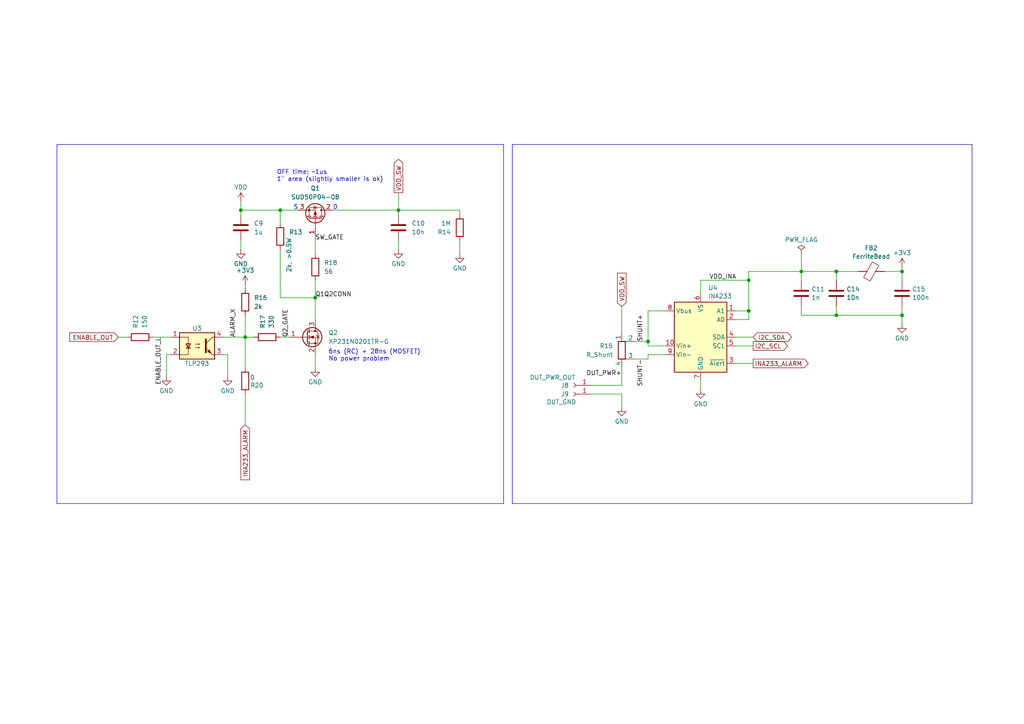
<source format=kicad_sch>
(kicad_sch (version 20231120) (generator "eeschema") (generator_version "8.0")
  (paper "A4")
  (title_block (title "Output stage") (date "2024-04-06") (rev "3") (comment 1 "Politecnico di Milano - European Space Agency") (comment 2 "Author: Federico Reghenzani"))
  (lib_symbols
    (symbol "Connector:Conn_01x01_Socket" (pin_names (offset 1.016) hide)
      (property "Reference" "J" (at 0 2.54 0))
      (property "Value" "Conn_01x01_Socket" (at 0 -2.54 0))
      (symbol "Conn_01x01_Socket_1_1"
        (polyline (pts (xy -1.27 0) (xy -0.508 0)) (stroke (width 0.1524)))
        (arc (start 0 0.508) (mid -0.5058 0) (end 0 -0.508) (stroke (width 0.1524)))
        (pin passive line (at -5.08 0 0) (length 3.81) (name "Pin_1") (number "1"))
      )
    )
    (symbol "Device:C" (pin_numbers hide) (pin_names (offset 0.254))
      (property "Reference" "C" (at 0.635 2.54 0))
      (property "Value" "C" (at 0.635 -2.54 0))
      (symbol "C_0_1"
        (polyline (pts (xy -2.032 -0.762) (xy 2.032 -0.762)) (stroke (width 0.508)))
        (polyline (pts (xy -2.032 0.762) (xy 2.032 0.762)) (stroke (width 0.508)))
      )
      (symbol "C_1_1"
        (pin passive line (at 0 3.81 270) (length 2.794) (name "~") (number "1"))
        (pin passive line (at 0 -3.81 90) (length 2.794) (name "~") (number "2"))
      )
    )
    (symbol "Device:FerriteBead" (pin_numbers hide) (pin_names (offset 0))
      (property "Reference" "FB" (at -3.81 0.635 90))
      (property "Value" "FerriteBead" (at 3.81 0 90))
      (symbol "FerriteBead_0_1"
        (polyline (pts (xy 0 -1.27) (xy 0 -1.2192)))
        (polyline (pts (xy 0 1.27) (xy 0 1.2954)))
        (polyline (pts (xy -2.7686 0.4064) (xy -1.7018 2.2606) (xy 2.7686 -0.3048) (xy 1.6764 -2.159) (xy -2.7686 0.4064)))
      )
      (symbol "FerriteBead_1_1"
        (pin passive line (at 0 3.81 270) (length 2.54) (name "~") (number "1"))
        (pin passive line (at 0 -3.81 90) (length 2.54) (name "~") (number "2"))
      )
    )
    (symbol "Device:Q_NMOS_GSD" (pin_names (offset 0) hide)
      (property "Reference" "Q" (at 5.08 1.27 0))
      (property "Value" "Q_NMOS_GSD" (at 5.08 -1.27 0))
      (symbol "Q_NMOS_GSD_0_1"
        (polyline (pts (xy 0.254 0) (xy -2.54 0)))
        (polyline (pts (xy 0.254 1.905) (xy 0.254 -1.905)) (stroke (width 0.254)))
        (polyline (pts (xy 0.762 -1.27) (xy 0.762 -2.286)) (stroke (width 0.254)))
        (polyline (pts (xy 0.762 0.508) (xy 0.762 -0.508)) (stroke (width 0.254)))
        (polyline (pts (xy 0.762 2.286) (xy 0.762 1.27)) (stroke (width 0.254)))
        (polyline (pts (xy 2.54 2.54) (xy 2.54 1.778)))
        (polyline (pts (xy 2.54 -2.54) (xy 2.54 0) (xy 0.762 0)))
        (polyline (pts (xy 0.762 -1.778) (xy 3.302 -1.778) (xy 3.302 1.778) (xy 0.762 1.778)))
        (polyline (pts (xy 1.016 0) (xy 2.032 0.381) (xy 2.032 -0.381) (xy 1.016 0)) (fill (type outline)))
        (polyline (pts (xy 2.794 0.508) (xy 2.921 0.381) (xy 3.683 0.381) (xy 3.81 0.254)))
        (polyline (pts (xy 3.302 0.381) (xy 2.921 -0.254) (xy 3.683 -0.254) (xy 3.302 0.381)))
        (circle (center 1.651 0) (radius 2.794) (stroke (width 0.254)))
        (circle (center 2.54 -1.778) (radius 0.254) (fill (type outline)))
        (circle (center 2.54 1.778) (radius 0.254) (fill (type outline)))
      )
      (symbol "Q_NMOS_GSD_1_1"
        (pin input line (at -5.08 0 0) (length 2.54) (name "G") (number "1"))
        (pin passive line (at 2.54 -5.08 90) (length 2.54) (name "S") (number "2"))
        (pin passive line (at 2.54 5.08 270) (length 2.54) (name "D") (number "3"))
      )
    )
    (symbol "Device:R" (pin_numbers hide) (pin_names (offset 0))
      (property "Reference" "R" (at 2.032 0 90))
      (property "Value" "R" (at 0 0 90))
      (symbol "R_0_1"
        (rectangle (start -1.016 -2.54) (end 1.016 2.54) (stroke (width 0.254)))
      )
      (symbol "R_1_1"
        (pin passive line (at 0 3.81 270) (length 1.27) (name "~") (number "1"))
        (pin passive line (at 0 -3.81 90) (length 1.27) (name "~") (number "2"))
      )
    )
    (symbol "Device:R_Shunt" (pin_numbers hide) (pin_names (offset 0))
      (property "Reference" "R" (at -4.445 0 90))
      (property "Value" "R_Shunt" (at -2.54 0 90))
      (symbol "R_Shunt_0_1"
        (rectangle (start -1.016 -2.54) (end 1.016 2.54) (stroke (width 0.254)))
        (polyline (pts (xy 0 -2.54) (xy 1.27 -2.54)))
        (polyline (pts (xy 1.27 2.54) (xy 0 2.54)))
      )
      (symbol "R_Shunt_1_1"
        (pin passive line (at 0 5.08 270) (length 2.54) (name "1") (number "1"))
        (pin passive line (at 3.81 2.54 180) (length 2.54) (name "2") (number "2"))
        (pin passive line (at 3.81 -2.54 180) (length 2.54) (name "3") (number "3"))
        (pin passive line (at 0 -5.08 90) (length 2.54) (name "4") (number "4"))
      )
    )
    (symbol "Isolator:TLP293"
      (property "Reference" "U" (at -5.08 5.08 0))
      (property "Value" "TLP293" (at 0 5.08 0))
      (symbol "TLP293_0_1"
        (rectangle (start -5.08 3.81) (end 5.08 -3.81) (stroke (width 0.254)) (fill (type background)))
        (polyline (pts (xy -3.175 -0.635) (xy -1.905 -0.635)) (stroke (width 0.254)))
        (polyline (pts (xy 2.54 0.635) (xy 4.445 2.54)))
        (polyline (pts (xy 4.445 -2.54) (xy 2.54 -0.635)) (fill (type outline)))
        (polyline (pts (xy 4.445 -2.54) (xy 5.08 -2.54)))
        (polyline (pts (xy 4.445 2.54) (xy 5.08 2.54)))
        (polyline (pts (xy -2.54 -0.635) (xy -2.54 -2.54) (xy -5.08 -2.54)))
        (polyline (pts (xy 2.54 1.905) (xy 2.54 -1.905) (xy 2.54 -1.905)) (stroke (width 0.508)))
        (polyline (pts (xy -5.08 2.54) (xy -2.54 2.54) (xy -2.54 -1.27) (xy -2.54 0.635)))
        (polyline (pts (xy -2.54 -0.635) (xy -3.175 0.635) (xy -1.905 0.635) (xy -2.54 -0.635)) (stroke (width 0.254)))
        (polyline (pts (xy -0.508 -0.508) (xy 0.762 -0.508) (xy 0.381 -0.635) (xy 0.381 -0.381) (xy 0.762 -0.508)))
        (polyline (pts (xy -0.508 0.508) (xy 0.762 0.508) (xy 0.381 0.381) (xy 0.381 0.635) (xy 0.762 0.508)))
        (polyline (pts (xy 3.048 -1.651) (xy 3.556 -1.143) (xy 4.064 -2.159) (xy 3.048 -1.651) (xy 3.048 -1.651)) (fill (type outline)))
      )
      (symbol "TLP293_1_1"
        (pin passive line (at -7.62 2.54 0) (length 2.54) (name "~") (number "1"))
        (pin passive line (at -7.62 -2.54 0) (length 2.54) (name "~") (number "2"))
        (pin passive line (at 7.62 -2.54 180) (length 2.54) (name "~") (number "3"))
        (pin passive line (at 7.62 2.54 180) (length 2.54) (name "~") (number "4"))
      )
    )
    (symbol "Sensor_Energy:INA233"
      (property "Reference" "U" (at -6.35 11.43 0))
      (property "Value" "INA233" (at 3.81 11.43 0))
      (symbol "INA233_0_1"
        (rectangle (start 7.62 10.16) (end -7.62 -10.16) (stroke (width 0.254)) (fill (type background)))
      )
      (symbol "INA233_1_1"
        (pin input line (at 10.16 7.62 180) (length 2.54) (name "A1") (number "1"))
        (pin input line (at -10.16 -2.54 0) (length 2.54) (name "Vin+") (number "10"))
        (pin input line (at 10.16 5.08 180) (length 2.54) (name "A0") (number "2"))
        (pin open_collector line (at 10.16 -7.62 180) (length 2.54) (name "~{Alert}") (number "3"))
        (pin bidirectional line (at 10.16 0 180) (length 2.54) (name "SDA") (number "4"))
        (pin input line (at 10.16 -2.54 180) (length 2.54) (name "SCL") (number "5"))
        (pin power_in line (at 0 12.7 270) (length 2.54) (name "VS") (number "6"))
        (pin power_in line (at 0 -12.7 90) (length 2.54) (name "GND") (number "7"))
        (pin input line (at -10.16 7.62 0) (length 2.54) (name "Vbus") (number "8"))
        (pin input line (at -10.16 -5.08 0) (length 2.54) (name "Vin-") (number "9"))
      )
    )
    (symbol "Transistor_FET:SUD50P04-08" (pin_names hide)
      (property "Reference" "Q" (at 4.953 1.905 0))
      (property "Value" "SUD50P04-08" (at 4.953 0 0))
      (symbol "SUD50P04-08_0_1"
        (polyline (pts (xy 0.254 0) (xy -2.54 0)))
        (polyline (pts (xy 0.254 1.905) (xy 0.254 -1.905)) (stroke (width 0.254)))
        (polyline (pts (xy 0.762 -1.27) (xy 0.762 -2.286)) (stroke (width 0.254)))
        (polyline (pts (xy 0.762 0.508) (xy 0.762 -0.508)) (stroke (width 0.254)))
        (polyline (pts (xy 0.762 2.286) (xy 0.762 1.27)) (stroke (width 0.254)))
        (polyline (pts (xy 2.54 2.54) (xy 2.54 1.778)))
        (polyline (pts (xy 2.54 -2.54) (xy 2.54 0) (xy 0.762 0)))
        (polyline (pts (xy 0.762 1.778) (xy 3.302 1.778) (xy 3.302 -1.778) (xy 0.762 -1.778)))
        (polyline (pts (xy 2.286 0) (xy 1.27 0.381) (xy 1.27 -0.381) (xy 2.286 0)) (fill (type outline)))
        (polyline (pts (xy 2.794 -0.508) (xy 2.921 -0.381) (xy 3.683 -0.381) (xy 3.81 -0.254)))
        (polyline (pts (xy 3.302 -0.381) (xy 2.921 0.254) (xy 3.683 0.254) (xy 3.302 -0.381)))
        (circle (center 1.651 0) (radius 2.794) (stroke (width 0.254)))
        (circle (center 2.54 -1.778) (radius 0.254) (fill (type outline)))
        (circle (center 2.54 1.778) (radius 0.254) (fill (type outline)))
      )
      (symbol "SUD50P04-08_1_1"
        (pin input line (at -5.08 0 0) (length 2.54) (name "G") (number "1"))
        (pin passive line (at 2.54 5.08 270) (length 2.54) (name "D") (number "2"))
        (pin passive line (at 2.54 -5.08 90) (length 2.54) (name "S") (number "3"))
      )
    )
    (symbol "power:+3V3" (power) (pin_numbers hide) (pin_names (offset 0) hide)
      (property "Value" "+3V3" (at 0 3.556 0))
      (symbol "+3V3_0_1"
        (polyline (pts (xy -0.762 1.27) (xy 0 2.54)))
        (polyline (pts (xy 0 0) (xy 0 2.54)))
        (polyline (pts (xy 0 2.54) (xy 0.762 1.27)))
      )
      (symbol "+3V3_1_1"
        (pin power_in line (at 0 0 90) (length 0) (name "~") (number "1"))
      )
    )
    (symbol "power:GND" (power) (pin_numbers hide) (pin_names (offset 0) hide)
      (property "Value" "GND" (at 0 -3.81 0))
      (symbol "GND_0_1"
        (polyline (pts (xy 0 0) (xy 0 -1.27) (xy 1.27 -1.27) (xy 0 -2.54) (xy -1.27 -1.27) (xy 0 -1.27)))
      )
      (symbol "GND_1_1"
        (pin power_in line (at 0 0 270) (length 0) (name "~") (number "1"))
      )
    )
    (symbol "power:PWR_FLAG" (power) (pin_numbers hide) (pin_names (offset 0) hide)
      (property "Value" "PWR_FLAG" (at 0 3.81 0))
      (symbol "PWR_FLAG_0_0"
        (pin power_out line (at 0 0 90) (length 0) (name "~") (number "1"))
      )
      (symbol "PWR_FLAG_0_1"
        (polyline (pts (xy 0 0) (xy 0 1.27) (xy -1.016 1.905) (xy 0 2.54) (xy 1.016 1.905) (xy 0 1.27)))
      )
    )
    (symbol "power:VDD" (power) (pin_numbers hide) (pin_names (offset 0) hide)
      (property "Value" "VDD" (at 0 3.556 0))
      (symbol "VDD_0_1"
        (polyline (pts (xy -0.762 1.27) (xy 0 2.54)))
        (polyline (pts (xy 0 0) (xy 0 2.54)))
        (polyline (pts (xy 0 2.54) (xy 0.762 1.27)))
      )
      (symbol "VDD_1_1"
        (pin power_in line (at 0 0 90) (length 0) (name "~") (number "1"))
      )
    )
  )
  (junction (at 217.17 90.17))
  (junction (at 187.96 99.06))
  (junction (at 91.44 86.36))
  (junction (at 232.41 78.74))
  (junction (at 242.57 91.44))
  (junction (at 242.57 78.74))
  (junction (at 81.28 60.96))
  (junction (at 71.12 97.79))
  (junction (at 261.62 91.44))
  (junction (at 217.17 81.28))
  (junction (at 261.62 78.74))
  (junction (at 69.85 60.96))
  (junction (at 115.57 60.96))
  (wire (pts (xy 81.28 97.79) (xy 83.82 97.79)))
  (wire (pts (xy 242.57 78.74) (xy 248.92 78.74)))
  (polyline (pts (xy 16.51 41.91) (xy 16.51 146.05)))
  (wire (pts (xy 34.29 97.79) (xy 36.83 97.79)))
  (wire (pts (xy 115.57 55.88) (xy 115.57 60.96)))
  (wire (pts (xy 171.45 111.76) (xy 180.34 111.76)))
  (wire (pts (xy 133.35 62.23) (xy 133.35 60.96)))
  (wire (pts (xy 213.36 90.17) (xy 217.17 90.17)))
  (polyline (pts (xy 16.51 146.05) (xy 146.05 146.05)))
  (wire (pts (xy 44.45 97.79) (xy 49.53 97.79)))
  (wire (pts (xy 203.2 81.28) (xy 217.17 81.28)))
  (wire (pts (xy 91.44 81.28) (xy 91.44 86.36)))
  (wire (pts (xy 66.04 102.87) (xy 64.77 102.87)))
  (wire (pts (xy 217.17 78.74) (xy 217.17 81.28)))
  (wire (pts (xy 115.57 69.85) (xy 115.57 72.39)))
  (polyline (pts (xy 148.59 146.05) (xy 281.94 146.05)))
  (polyline (pts (xy 146.05 41.91) (xy 16.51 41.91)))
  (wire (pts (xy 66.04 102.87) (xy 66.04 109.22)))
  (wire (pts (xy 81.28 60.96) (xy 69.85 60.96)))
  (wire (pts (xy 71.12 91.44) (xy 71.12 97.79)))
  (wire (pts (xy 232.41 91.44) (xy 242.57 91.44)))
  (wire (pts (xy 71.12 114.3) (xy 71.12 123.19)))
  (wire (pts (xy 242.57 88.9) (xy 242.57 91.44)))
  (wire (pts (xy 71.12 97.79) (xy 71.12 106.68)))
  (wire (pts (xy 91.44 68.58) (xy 91.44 73.66)))
  (wire (pts (xy 187.96 100.33) (xy 193.04 100.33)))
  (wire (pts (xy 256.54 78.74) (xy 261.62 78.74)))
  (polyline (pts (xy 281.94 41.91) (xy 148.59 41.91)))
  (polyline (pts (xy 281.94 41.91) (xy 281.94 146.05)))
  (wire (pts (xy 69.85 60.96) (xy 69.85 62.23)))
  (wire (pts (xy 213.36 100.33) (xy 218.44 100.33)))
  (wire (pts (xy 242.57 91.44) (xy 261.62 91.44)))
  (wire (pts (xy 69.85 60.96) (xy 69.85 58.42)))
  (wire (pts (xy 171.45 114.3) (xy 180.34 114.3)))
  (wire (pts (xy 193.04 102.87) (xy 187.96 102.87)))
  (wire (pts (xy 232.41 78.74) (xy 232.41 81.28)))
  (wire (pts (xy 213.36 105.41) (xy 218.44 105.41)))
  (wire (pts (xy 71.12 97.79) (xy 73.66 97.79)))
  (wire (pts (xy 180.34 114.3) (xy 180.34 118.11)))
  (wire (pts (xy 232.41 78.74) (xy 242.57 78.74)))
  (wire (pts (xy 48.26 102.87) (xy 49.53 102.87)))
  (wire (pts (xy 213.36 92.71) (xy 217.17 92.71)))
  (wire (pts (xy 261.62 77.47) (xy 261.62 78.74)))
  (wire (pts (xy 261.62 78.74) (xy 261.62 81.28)))
  (wire (pts (xy 217.17 90.17) (xy 217.17 81.28)))
  (wire (pts (xy 86.36 60.96) (xy 81.28 60.96)))
  (wire (pts (xy 187.96 102.87) (xy 187.96 104.14)))
  (wire (pts (xy 232.41 78.74) (xy 217.17 78.74)))
  (wire (pts (xy 180.34 106.68) (xy 180.34 111.76)))
  (wire (pts (xy 133.35 69.85) (xy 133.35 73.66)))
  (wire (pts (xy 71.12 82.55) (xy 71.12 83.82)))
  (wire (pts (xy 48.26 109.22) (xy 48.26 102.87)))
  (wire (pts (xy 232.41 73.66) (xy 232.41 78.74)))
  (wire (pts (xy 193.04 90.17) (xy 187.96 90.17)))
  (polyline (pts (xy 148.59 41.91) (xy 148.59 146.05)))
  (wire (pts (xy 96.52 60.96) (xy 115.57 60.96)))
  (wire (pts (xy 81.28 72.39) (xy 81.28 86.36)))
  (wire (pts (xy 261.62 91.44) (xy 261.62 93.98)))
  (wire (pts (xy 217.17 92.71) (xy 217.17 90.17)))
  (wire (pts (xy 64.77 97.79) (xy 71.12 97.79)))
  (wire (pts (xy 187.96 99.06) (xy 187.96 100.33)))
  (wire (pts (xy 184.15 99.06) (xy 187.96 99.06)))
  (wire (pts (xy 187.96 104.14) (xy 184.15 104.14)))
  (wire (pts (xy 203.2 85.09) (xy 203.2 81.28)))
  (wire (pts (xy 91.44 102.87) (xy 91.44 106.68)))
  (wire (pts (xy 242.57 78.74) (xy 242.57 81.28)))
  (wire (pts (xy 81.28 60.96) (xy 81.28 64.77)))
  (wire (pts (xy 232.41 88.9) (xy 232.41 91.44)))
  (wire (pts (xy 91.44 86.36) (xy 91.44 92.71)))
  (wire (pts (xy 261.62 88.9) (xy 261.62 91.44)))
  (wire (pts (xy 81.28 86.36) (xy 91.44 86.36)))
  (wire (pts (xy 133.35 60.96) (xy 115.57 60.96)))
  (wire (pts (xy 213.36 97.79) (xy 218.44 97.79)))
  (wire (pts (xy 187.96 90.17) (xy 187.96 99.06)))
  (wire (pts (xy 115.57 60.96) (xy 115.57 62.23)))
  (wire (pts (xy 69.85 69.85) (xy 69.85 72.39)))
  (wire (pts (xy 203.2 110.49) (xy 203.2 113.03)))
  (wire (pts (xy 180.34 88.9) (xy 180.34 96.52)))
  (polyline (pts (xy 146.05 41.91) (xy 146.05 146.05)))
  (text "OFF time: ~1us\n1\" area (slightly smaller is ok)" (at 80.264 52.832 0) (effects (font (size 1.27 1.27)) (justify left bottom)))
  (text "D" (at 96.52 60.96 0) (effects (font (size 1.27 1.27)) (justify left bottom)))
  (text "6ns (RC) + 28ns (MOSFET)\nNo power problem" (at 95.25 104.902 0) (effects (font (size 1.27 1.27)) (justify left bottom)))
  (text "S" (at 85.09 60.96 0) (effects (font (size 1.27 1.27)) (justify left bottom)))
  (label "DUT_PWR+" (at 180.34 109.22 180))
  (label "SHUNT+" (at 186.69 99.06 90))
  (label "ALARM_X" (at 68.58 97.79 90))
  (label "Q2_GATE" (at 83.82 97.79 90))
  (label "SHUNT-" (at 186.69 104.14 270))
  (label "SW_GATE" (at 91.44 69.85 0))
  (label "Q1Q2CONN" (at 91.44 86.36 0))
  (label "VDD_INA" (at 205.74 81.28 0))
  (label "ENABLE_OUT_L" (at 46.99 97.79 270))
  (global_label "I2C_SDA" (shape bidirectional) (at 218.44 97.79 0) (property "Intersheetrefs" "${INTERSHEET_REFS}" (effects (hide yes))))
  (global_label "I2C_SCL" (shape output) (at 218.44 100.33 0) (property "Intersheetrefs" "${INTERSHEET_REFS}" (effects (hide yes))))
  (global_label "INA233_ALARM" (shape input) (at 71.12 123.19 270) (property "Intersheetrefs" "${INTERSHEET_REFS}" (effects (hide yes))))
  (global_label "VDD_SW" (shape input) (at 180.34 88.9 90) (property "Intersheetrefs" "${INTERSHEET_REFS}" (effects (hide yes))))
  (global_label "INA233_ALARM" (shape output) (at 218.44 105.41 0) (property "Intersheetrefs" "${INTERSHEET_REFS}" (effects (hide yes))))
  (global_label "ENABLE_OUT" (shape input) (at 34.29 97.79 180) (property "Intersheetrefs" "${INTERSHEET_REFS}" (effects (hide yes))))
  (global_label "VDD_SW" (shape output) (at 115.57 55.88 90) (property "Intersheetrefs" "${INTERSHEET_REFS}" (effects (hide yes))))
  (symbol (lib_id "Device:FerriteBead") (at 252.73 78.74 90) (unit 1)
    (property "Reference" "FB2" (at 252.6792 71.9541 90))
    (property "Value" "FerriteBead" (at 252.6792 74.3783 90))
    (property "Footprint" "Inductor_SMD:L_0805_2012Metric_Pad1.15x1.40mm_HandSolder" (effects (hide yes)))
  )
  (symbol (lib_id "Device:C") (at 69.85 66.04 0) (unit 1)
    (property "Reference" "C9" (at 73.66 64.77 0) (effects (justify left)))
    (property "Value" "1u" (at 73.66 67.31 0) (effects (justify left)))
    (property "Footprint" "Capacitor_SMD:C_0805_2012Metric_Pad1.18x1.45mm_HandSolder" (effects (hide yes)))
  )
  (symbol (lib_id "power:GND") (at 133.35 73.66 0) (unit 1)
    (property "Reference" "#PWR049" (effects (hide yes)))
    (property "Value" "GND" (at 133.35 77.7931 0))
    (property "Description" "Power symbol creates a global label with name \"GND\" , ground" (effects (hide yes)))
  )
  (symbol (lib_id "power:GND") (at 180.34 118.11 0) (unit 1)
    (property "Reference" "#PWR029" (effects (hide yes)))
    (property "Value" "GND" (at 180.34 122.2431 0))
    (property "Description" "Power symbol creates a global label with name \"GND\" , ground" (effects (hide yes)))
  )
  (symbol (lib_id "Device:R") (at 71.12 110.49 180) (unit 1)
    (property "Reference" "R20" (at 76.454 111.76 0) (effects (justify left)))
    (property "Value" "0" (at 73.914 109.474 0) (effects (justify left)))
    (property "Footprint" "Resistor_SMD:R_0805_2012Metric_Pad1.20x1.40mm_HandSolder" (effects (hide yes)))
  )
  (symbol (lib_id "Device:C") (at 261.62 85.09 0) (unit 1)
    (property "Reference" "C15" (at 264.541 83.8779 0) (effects (justify left)))
    (property "Value" "100n" (at 264.541 86.3021 0) (effects (justify left)))
    (property "Footprint" "Capacitor_SMD:C_0805_2012Metric_Pad1.18x1.45mm_HandSolder" (effects (hide yes)))
  )
  (symbol (lib_id "power:GND") (at 115.57 72.39 0) (unit 1)
    (property "Reference" "#PWR026" (effects (hide yes)))
    (property "Value" "GND" (at 115.57 76.5231 0))
    (property "Description" "Power symbol creates a global label with name \"GND\" , ground" (effects (hide yes)))
  )
  (symbol (lib_id "Device:C") (at 115.57 66.04 0) (unit 1)
    (property "Reference" "C10" (at 119.38 64.77 0) (effects (justify left)))
    (property "Value" "10n" (at 119.38 67.31 0) (effects (justify left)))
    (property "Footprint" "Capacitor_SMD:C_0805_2012Metric_Pad1.18x1.45mm_HandSolder" (effects (hide yes)))
  )
  (symbol (lib_id "Device:R") (at 77.47 97.79 90) (unit 1)
    (property "Reference" "R17" (at 76.1999 95.25 0) (effects (justify left)))
    (property "Value" "330" (at 78.7399 95.25 0) (effects (justify left)))
    (property "Footprint" "Resistor_SMD:R_0805_2012Metric_Pad1.20x1.40mm_HandSolder" (effects (hide yes)))
  )
  (symbol (lib_id "power:PWR_FLAG") (at 232.41 73.66 0) (unit 1)
    (property "Reference" "#FLG05" (effects (hide yes)))
    (property "Value" "PWR_FLAG" (at 232.41 69.5269 0))
    (property "Description" "Special symbol for telling ERC where power comes from" (effects (hide yes)))
  )
  (symbol (lib_id "power:GND") (at 91.44 106.68 0) (unit 1)
    (property "Reference" "#PWR010" (effects (hide yes)))
    (property "Value" "GND" (at 91.44 110.8131 0))
    (property "Description" "Power symbol creates a global label with name \"GND\" , ground" (effects (hide yes)))
  )
  (symbol (lib_id "power:GND") (at 69.85 72.39 0) (unit 1)
    (property "Reference" "#PWR027" (effects (hide yes)))
    (property "Value" "GND" (at 69.85 76.5231 0))
    (property "Description" "Power symbol creates a global label with name \"GND\" , ground" (effects (hide yes)))
  )
  (symbol (lib_id "Device:C") (at 232.41 85.09 0) (unit 1)
    (property "Reference" "C11" (at 235.331 83.8779 0) (effects (justify left)))
    (property "Value" "1n" (at 235.331 86.3021 0) (effects (justify left)))
    (property "Footprint" "Capacitor_SMD:C_0805_2012Metric_Pad1.18x1.45mm_HandSolder" (effects (hide yes)))
  )
  (symbol (lib_id "power:GND") (at 48.26 109.22 0) (unit 1)
    (property "Reference" "#PWR024" (effects (hide yes)))
    (property "Value" "GND" (at 48.26 113.3531 0))
    (property "Description" "Power symbol creates a global label with name \"GND\" , ground" (effects (hide yes)))
  )
  (symbol (lib_id "Isolator:TLP293") (at 57.15 100.33 0) (unit 1)
    (property "Reference" "U3" (at 57.15 95.25 0))
    (property "Value" "TLP293" (at 57.15 105.41 0))
    (property "Footprint" "Package_SO:SOIC-4_4.55x2.6mm_P1.27mm" (effects (hide yes)))
    (property "Datasheet" "https://toshiba.semicon-storage.com/info/TLP293_datasheet_en_20191129.pdf?did=14419&prodName=TLP293" (effects (hide yes)))
  )
  (symbol (lib_id "Device:R_Shunt") (at 180.34 101.6 0) (unit 1)
    (property "Reference" "R15" (at 177.8 100.33 0) (effects (justify right)))
    (property "Value" "R_Shunt" (at 177.8 102.87 0) (effects (justify right)))
    (property "Footprint" "Resistor_SMD:R_Shunt_Vishay_WSK2512_6332Metric_T2.21mm" (effects (hide yes)))
    (property "ProductID" "LVK25R002FER" (effects (hide yes)))
  )
  (symbol (lib_id "Device:R") (at 91.44 77.47 0) (unit 1)
    (property "Reference" "R18" (at 93.98 76.1999 0) (effects (justify left)))
    (property "Value" "56" (at 93.98 78.7399 0) (effects (justify left)))
    (property "Footprint" "Resistor_SMD:R_0805_2012Metric_Pad1.20x1.40mm_HandSolder" (effects (hide yes)))
  )
  (symbol (lib_id "power:GND") (at 203.2 113.03 0) (unit 1)
    (property "Reference" "#PWR030" (effects (hide yes)))
    (property "Value" "GND" (at 203.2 117.1631 0))
    (property "Description" "Power symbol creates a global label with name \"GND\" , ground" (effects (hide yes)))
  )
  (symbol (lib_id "power:VDD") (at 69.85 58.42 0) (unit 1)
    (property "Reference" "#PWR019" (effects (hide yes)))
    (property "Value" "VDD" (at 69.85 54.2869 0))
    (property "Description" "Power symbol creates a global label with name \"VDD\"" (effects (hide yes)))
  )
  (symbol (lib_id "Sensor_Energy:INA233") (at 203.2 97.79 0) (unit 1)
    (property "Reference" "U4" (at 205.3941 83.4857 0) (effects (justify left)))
    (property "Value" "INA233" (at 205.3941 85.9099 0) (effects (justify left)))
    (property "Footprint" "Package_SO:VSSOP-10_3x3mm_P0.5mm" (effects (hide yes)))
    (property "Datasheet" "https://www.ti.com/lit/ds/symlink/ina233.pdf" (effects (hide yes)))
  )
  (symbol (lib_id "power:+3V3") (at 71.12 82.55 0) (unit 1)
    (property "Reference" "#PWR025" (effects (hide yes)))
    (property "Value" "+3V3" (at 71.12 78.4169 0))
    (property "Description" "Power symbol creates a global label with name \"+3V3\"" (effects (hide yes)))
  )
  (symbol (lib_id "Transistor_FET:SUD50P04-08") (at 91.44 63.5 270) (mirror x) (unit 1)
    (property "Reference" "Q1" (at 91.44 54.61 90))
    (property "Value" "SUD50P04-08" (at 91.44 57.15 90))
    (property "Footprint" "Package_TO_SOT_SMD:TO-252-2" (effects (hide yes)))
    (property "Datasheet" "https://www.vishay.com/docs/65594/sud50p04-08.pdf" (effects (hide yes)))
  )
  (symbol (lib_id "Device:R") (at 71.12 87.63 0) (unit 1)
    (property "Reference" "R16" (at 73.66 86.3599 0) (effects (justify left)))
    (property "Value" "2k" (at 73.66 88.8999 0) (effects (justify left)))
    (property "Footprint" "Resistor_SMD:R_0805_2012Metric_Pad1.20x1.40mm_HandSolder" (effects (hide yes)))
  )
  (symbol (lib_id "Device:Q_NMOS_GSD") (at 88.9 97.79 0) (unit 1)
    (property "Reference" "Q2" (at 95.25 96.52 0) (effects (justify left)))
    (property "Value" "XP231N0201TR-G" (at 95.25 99.06 0) (effects (justify left)))
    (property "Footprint" "Package_TO_SOT_SMD:SOT-23" (effects (hide yes)))
  )
  (symbol (lib_id "Connector:Conn_01x01_Socket") (at 166.37 111.76 180) (unit 1)
    (property "Reference" "J8" (at 163.83 111.76 0))
    (property "Value" "DUT_PWR_OUT" (at 160.274 109.474 0))
    (property "Footprint" "LocalLibrary:CT3151" (effects (hide yes)))
  )
  (symbol (lib_id "power:GND") (at 66.04 109.22 0) (unit 1)
    (property "Reference" "#PWR023" (effects (hide yes)))
    (property "Value" "GND" (at 66.04 113.3531 0))
    (property "Description" "Power symbol creates a global label with name \"GND\" , ground" (effects (hide yes)))
  )
  (symbol (lib_id "Device:R") (at 81.28 68.58 0) (unit 1)
    (property "Reference" "R13" (at 83.82 67.3099 0) (effects (justify left)))
    (property "Value" "2k, >0.5W" (at 83.82 78.994 90) (effects (justify left)))
    (property "Footprint" "Resistor_SMD:R_0805_2012Metric_Pad1.20x1.40mm_HandSolder" (effects (hide yes)))
  )
  (symbol (lib_id "Device:C") (at 242.57 85.09 0) (unit 1)
    (property "Reference" "C14" (at 245.491 83.8779 0) (effects (justify left)))
    (property "Value" "10n" (at 245.491 86.3021 0) (effects (justify left)))
    (property "Footprint" "Capacitor_SMD:C_0805_2012Metric_Pad1.18x1.45mm_HandSolder" (effects (hide yes)))
  )
  (symbol (lib_id "power:+3V3") (at 261.62 77.47 0) (unit 1)
    (property "Reference" "#PWR047" (effects (hide yes)))
    (property "Value" "+3V3" (at 261.62 73.3369 0))
    (property "Description" "Power symbol creates a global label with name \"+3V3\"" (effects (hide yes)))
  )
  (symbol (lib_id "power:GND") (at 261.62 93.98 0) (unit 1)
    (property "Reference" "#PWR048" (effects (hide yes)))
    (property "Value" "GND" (at 261.62 98.1131 0))
    (property "Description" "Power symbol creates a global label with name \"GND\" , ground" (effects (hide yes)))
  )
  (symbol (lib_id "Connector:Conn_01x01_Socket") (at 166.37 114.3 180) (unit 1)
    (property "Reference" "J9" (at 163.83 114.3 0))
    (property "Value" "DUT_GND" (at 162.814 116.586 0))
    (property "Footprint" "LocalLibrary:CT3151" (effects (hide yes)))
  )
  (symbol (lib_id "Device:R") (at 40.64 97.79 90) (unit 1)
    (property "Reference" "R12" (at 39.3699 95.25 0) (effects (justify left)))
    (property "Value" "150" (at 41.9099 95.25 0) (effects (justify left)))
    (property "Footprint" "Resistor_SMD:R_0805_2012Metric_Pad1.20x1.40mm_HandSolder" (effects (hide yes)))
  )
  (symbol (lib_id "Device:R") (at 133.35 66.04 180) (unit 1)
    (property "Reference" "R14" (at 130.81 67.3101 0) (effects (justify left)))
    (property "Value" "1M" (at 130.81 64.7701 0) (effects (justify left)))
    (property "Footprint" "Resistor_SMD:R_0805_2012Metric_Pad1.20x1.40mm_HandSolder" (effects (hide yes)))
  )
)
</source>
